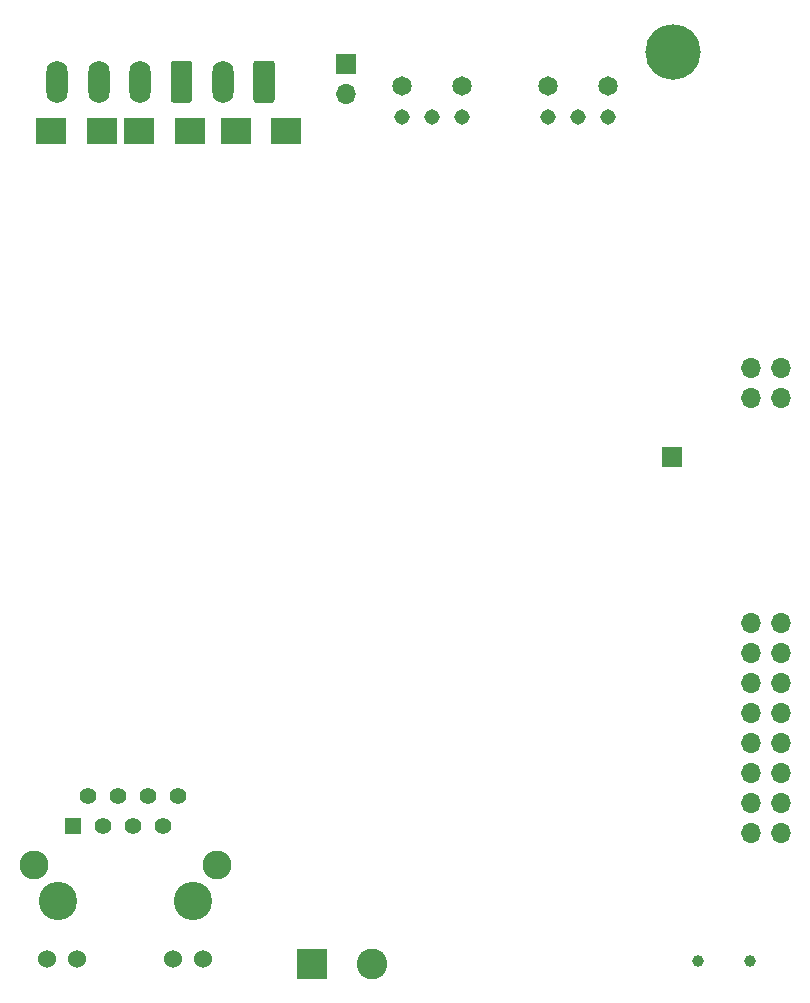
<source format=gbr>
G04 #@! TF.GenerationSoftware,KiCad,Pcbnew,(5.1.9)-1*
G04 #@! TF.CreationDate,2021-07-06T15:31:01+07:00*
G04 #@! TF.ProjectId,main2,6d61696e-322e-46b6-9963-61645f706362,rev?*
G04 #@! TF.SameCoordinates,Original*
G04 #@! TF.FileFunction,Soldermask,Bot*
G04 #@! TF.FilePolarity,Negative*
%FSLAX46Y46*%
G04 Gerber Fmt 4.6, Leading zero omitted, Abs format (unit mm)*
G04 Created by KiCad (PCBNEW (5.1.9)-1) date 2021-07-06 15:31:01*
%MOMM*%
%LPD*%
G01*
G04 APERTURE LIST*
%ADD10O,1.700000X1.700000*%
%ADD11R,2.500000X2.300000*%
%ADD12C,1.000000*%
%ADD13C,1.650000*%
%ADD14C,1.308000*%
%ADD15R,2.600000X2.600000*%
%ADD16C,2.600000*%
%ADD17O,1.800000X3.600000*%
%ADD18R,1.700000X1.700000*%
%ADD19C,3.250000*%
%ADD20C,2.445000*%
%ADD21C,1.530000*%
%ADD22C,1.398000*%
%ADD23R,1.398000X1.398000*%
%ADD24C,4.700000*%
G04 APERTURE END LIST*
D10*
X122872500Y-77152500D03*
X125412500Y-77152500D03*
X122872500Y-79692500D03*
X125412500Y-79692500D03*
X122872500Y-98742500D03*
X125412500Y-98742500D03*
X122872500Y-101282500D03*
X125412500Y-101282500D03*
X122872500Y-103822500D03*
X125412500Y-103822500D03*
X122872500Y-106362500D03*
X125412500Y-106362500D03*
X122872500Y-108902500D03*
X125412500Y-108902500D03*
X122872500Y-111442500D03*
X125412500Y-111442500D03*
X122872500Y-113982500D03*
X125412500Y-113982500D03*
X122872500Y-116522500D03*
X125412500Y-116522500D03*
D11*
X63636000Y-57150000D03*
X67936000Y-57150000D03*
X75365500Y-57150000D03*
X71065500Y-57150000D03*
D12*
X118450000Y-127381000D03*
X122850000Y-127381000D03*
D11*
X79257000Y-57150000D03*
X83557000Y-57150000D03*
D13*
X110807500Y-53340000D03*
X105727500Y-53340000D03*
D14*
X105727500Y-55970000D03*
X108267500Y-55970000D03*
X110807500Y-55970000D03*
X98425000Y-55970000D03*
X95885000Y-55970000D03*
X93345000Y-55970000D03*
D13*
X93345000Y-53340000D03*
X98425000Y-53340000D03*
D15*
X85725000Y-127635000D03*
D16*
X90805000Y-127635000D03*
G36*
G01*
X82561000Y-51409000D02*
X82561000Y-54509000D01*
G75*
G02*
X82311000Y-54759000I-250000J0D01*
G01*
X81011000Y-54759000D01*
G75*
G02*
X80761000Y-54509000I0J250000D01*
G01*
X80761000Y-51409000D01*
G75*
G02*
X81011000Y-51159000I250000J0D01*
G01*
X82311000Y-51159000D01*
G75*
G02*
X82561000Y-51409000I0J-250000D01*
G01*
G37*
D17*
X78161000Y-52959000D03*
G36*
G01*
X75576000Y-51409000D02*
X75576000Y-54509000D01*
G75*
G02*
X75326000Y-54759000I-250000J0D01*
G01*
X74026000Y-54759000D01*
G75*
G02*
X73776000Y-54509000I0J250000D01*
G01*
X73776000Y-51409000D01*
G75*
G02*
X74026000Y-51159000I250000J0D01*
G01*
X75326000Y-51159000D01*
G75*
G02*
X75576000Y-51409000I0J-250000D01*
G01*
G37*
X71176000Y-52959000D03*
X67676000Y-52959000D03*
X64176000Y-52959000D03*
D18*
X88582500Y-51435000D03*
D10*
X88582500Y-53975000D03*
D19*
X64198500Y-122301000D03*
X75628500Y-122301000D03*
D20*
X77658500Y-119251000D03*
X62168500Y-119251000D03*
D21*
X73998500Y-127201000D03*
X76538500Y-127201000D03*
X65828500Y-127201000D03*
X63288500Y-127201000D03*
D22*
X74353500Y-113411000D03*
X73083500Y-115951000D03*
X71813500Y-113411000D03*
X70543500Y-115951000D03*
X69273500Y-113411000D03*
X68003500Y-115951000D03*
X66733500Y-113411000D03*
D23*
X65463500Y-115951000D03*
D18*
X116205000Y-84709000D03*
D24*
X116268500Y-50419000D03*
M02*

</source>
